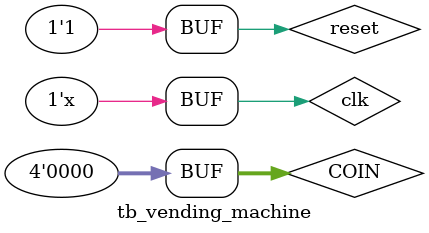
<source format=sv>
`timescale 1ns/1ns
module tb_vending_machine;

    reg clk = 0;
    reg reset;
    reg [3:0] COIN;
    wire OPEN, CHANGE;

    vending_machine uut (
        .clk(clk),
        .reset(reset),
        .COIN(COIN),
        .OPEN(OPEN),
        .CHANGE(CHANGE)
    );

    // Clock generation (period = 10 ns)
    always #5 clk = ~clk;

    initial begin

        // Initialize
        reset = 0; COIN = 0;
        #10 reset = 1;

        // Insert Rs5 + Rs10 = Rs15 (dispense cola, no change)
        #10 COIN = 5;
        #10 COIN = 10;
        #10 COIN = 0;

        // Insert Rs10 + Rs10 = Rs20 (dispense cola + change)
        #10 COIN = 10;
        #10 COIN = 10;
        #10 COIN = 0;

        // Insert Rs5 + Rs5 + Rs5 = Rs15 (dispense cola)
        #10 COIN = 5;
        #10 COIN = 5;
        #10 COIN = 5;
        #10 COIN = 0;

    end

endmodule


</source>
